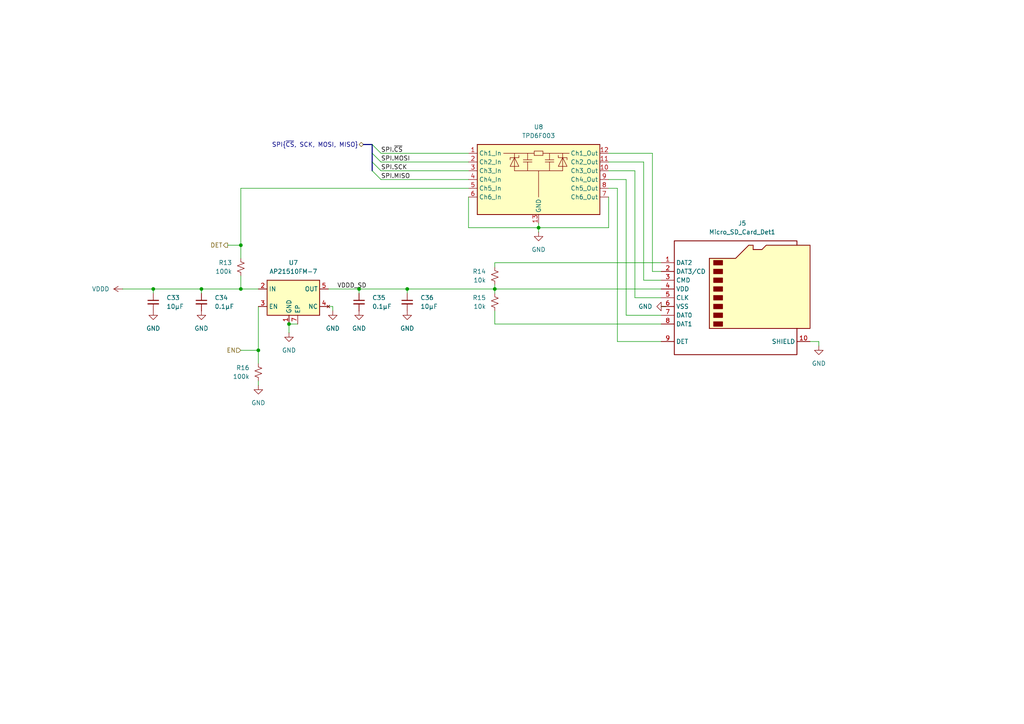
<source format=kicad_sch>
(kicad_sch (version 20231120) (generator "eeschema") (generator_version "8.0")
  (paper "A4")
  (title_block (title "SD Card"))
  (lib_symbols
    (symbol "Connector:Micro_SD_Card_Det1"
      (property "Reference" "J" (at -16.51 17.78 0))
      (property "Value" "Micro_SD_Card_Det1" (at 16.51 17.78 0))
      (symbol "Micro_SD_Card_Det1_0_1"
        (rectangle (start -7.62 -6.985) (end -5.08 -8.255) (stroke (width 0.254)) (fill (type outline)))
        (rectangle (start -7.62 -4.445) (end -5.08 -5.715) (stroke (width 0.254)) (fill (type outline)))
        (rectangle (start -7.62 -1.905) (end -5.08 -3.175) (stroke (width 0.254)) (fill (type outline)))
        (rectangle (start -7.62 0.635) (end -5.08 -0.635) (stroke (width 0.254)) (fill (type outline)))
        (rectangle (start -7.62 3.175) (end -5.08 1.905) (stroke (width 0.254)) (fill (type outline)))
        (rectangle (start -7.62 5.715) (end -5.08 4.445) (stroke (width 0.254)) (fill (type outline)))
        (rectangle (start -7.62 8.255) (end -5.08 6.985) (stroke (width 0.254)) (fill (type outline)))
        (rectangle (start -7.62 10.795) (end -5.08 9.525) (stroke (width 0.254)) (fill (type outline)))
        (polyline (pts (xy 16.51 15.24) (xy 16.51 16.51) (xy -19.05 16.51) (xy -19.05 -16.51) (xy 16.51 -16.51) (xy 16.51 -8.89)) (stroke (width 0.254)))
        (polyline (pts (xy -8.89 -8.89) (xy -8.89 11.43) (xy -1.27 11.43) (xy 2.54 15.24) (xy 3.81 15.24) (xy 3.81 13.97) (xy 6.35 13.97) (xy 7.62 15.24) (xy 20.32 15.24) (xy 20.32 -8.89) (xy -8.89 -8.89)) (stroke (width 0.254)) (fill (type background)))
      )
      (symbol "Micro_SD_Card_Det1_1_1"
        (pin bidirectional line (at -22.86 10.16 0) (length 3.81) (name "DAT2") (number "1"))
        (pin passive line (at 20.32 -12.7 180) (length 3.81) (name "SHIELD") (number "10"))
        (pin bidirectional line (at -22.86 7.62 0) (length 3.81) (name "DAT3/CD") (number "2"))
        (pin input line (at -22.86 5.08 0) (length 3.81) (name "CMD") (number "3"))
        (pin power_in line (at -22.86 2.54 0) (length 3.81) (name "VDD") (number "4"))
        (pin input line (at -22.86 0 0) (length 3.81) (name "CLK") (number "5"))
        (pin power_in line (at -22.86 -2.54 0) (length 3.81) (name "VSS") (number "6"))
        (pin bidirectional line (at -22.86 -5.08 0) (length 3.81) (name "DAT0") (number "7"))
        (pin bidirectional line (at -22.86 -7.62 0) (length 3.81) (name "DAT1") (number "8"))
        (pin passive line (at -22.86 -12.7 0) (length 3.81) (name "DET") (number "9"))
      )
    )
    (symbol "Device:C_Small" (pin_numbers hide) (pin_names (offset 0.254) hide)
      (property "Reference" "C" (at 0.254 1.778 0))
      (property "Value" "C_Small" (at 0.254 -2.032 0))
      (symbol "C_Small_0_1"
        (polyline (pts (xy -1.524 -0.508) (xy 1.524 -0.508)) (stroke (width 0.3302)))
        (polyline (pts (xy -1.524 0.508) (xy 1.524 0.508)) (stroke (width 0.3048)))
      )
      (symbol "C_Small_1_1"
        (pin passive line (at 0 2.54 270) (length 2.032) (name "~") (number "1"))
        (pin passive line (at 0 -2.54 90) (length 2.032) (name "~") (number "2"))
      )
    )
    (symbol "Device:R_Small_US" (pin_numbers hide) (pin_names (offset 0.254) hide)
      (property "Reference" "R" (at 0.762 0.508 0))
      (property "Value" "R_Small_US" (at 0.762 -1.016 0))
      (symbol "R_Small_US_1_1"
        (polyline (pts (xy 0 0) (xy 1.016 -0.381) (xy 0 -0.762) (xy -1.016 -1.143) (xy 0 -1.524)))
        (polyline (pts (xy 0 1.524) (xy 1.016 1.143) (xy 0 0.762) (xy -1.016 0.381) (xy 0 0)))
        (pin passive line (at 0 2.54 270) (length 1.016) (name "~") (number "1"))
        (pin passive line (at 0 -2.54 90) (length 1.016) (name "~") (number "2"))
      )
    )
    (symbol "Power_Protection:TPD6F003"
      (property "Reference" "U" (at -17.145 11.43 0))
      (property "Value" "TPD6F003" (at 7.62 12.065 0))
      (symbol "TPD6F003_0_1"
        (rectangle (start -17.78 10.16) (end 17.78 -10.16) (stroke (width 0.254)) (fill (type background)))
        (polyline (pts (xy -6.985 2.54) (xy 6.985 2.54)))
        (polyline (pts (xy -6.985 6.35) (xy -6.985 7.62)))
        (polyline (pts (xy -4.445 5.715) (xy -1.905 5.715)))
        (polyline (pts (xy -3.175 5.08) (xy -3.175 2.54)))
        (polyline (pts (xy -3.175 7.62) (xy -3.175 5.715)))
        (polyline (pts (xy -1.905 5.08) (xy -4.445 5.08)))
        (polyline (pts (xy -1.27 7.62) (xy -10.16 7.62)))
        (polyline (pts (xy 0 2.54) (xy 0 -5.08)))
        (polyline (pts (xy 1.27 7.62) (xy 8.89 7.62)))
        (polyline (pts (xy 1.905 5.715) (xy 4.445 5.715)))
        (polyline (pts (xy 3.175 5.08) (xy 3.175 2.54)))
        (polyline (pts (xy 3.175 7.62) (xy 3.175 5.715)))
        (polyline (pts (xy 4.445 5.08) (xy 1.905 5.08)))
        (polyline (pts (xy 6.985 6.35) (xy 6.985 7.62)))
        (polyline (pts (xy -6.985 3.81) (xy -6.985 6.35) (xy -6.985 2.54)))
        (polyline (pts (xy 6.985 3.81) (xy 6.985 6.35) (xy 6.985 2.54)))
        (polyline (pts (xy -6.985 6.35) (xy -5.715 3.81) (xy -8.255 3.81) (xy -6.985 6.35)))
        (polyline (pts (xy -5.715 6.985) (xy -5.715 6.35) (xy -8.255 6.35) (xy -8.255 5.715)))
        (polyline (pts (xy 5.715 6.985) (xy 5.715 6.35) (xy 8.255 6.35) (xy 8.255 5.715)))
        (polyline (pts (xy 6.985 6.35) (xy 5.715 3.81) (xy 8.255 3.81) (xy 6.985 6.35)))
        (polyline (pts (xy -1.27 7.62) (xy -1.27 6.985) (xy 1.27 6.985) (xy 1.27 8.255) (xy -1.27 8.255) (xy -1.27 7.62)))
      )
      (symbol "TPD6F003_1_1"
        (pin passive line (at -20.32 7.62 0) (length 2.54) (name "Ch1_In") (number "1"))
        (pin passive line (at 20.32 2.54 180) (length 2.54) (name "Ch3_Out") (number "10"))
        (pin passive line (at 20.32 5.08 180) (length 2.54) (name "Ch2_Out") (number "11"))
        (pin passive line (at 20.32 7.62 180) (length 2.54) (name "Ch1_Out") (number "12"))
        (pin power_in line (at 0 -12.7 90) (length 2.54) (name "GND") (number "13"))
        (pin passive line (at -20.32 5.08 0) (length 2.54) (name "Ch2_In") (number "2"))
        (pin passive line (at -20.32 2.54 0) (length 2.54) (name "Ch3_In") (number "3"))
        (pin passive line (at -20.32 0 0) (length 2.54) (name "Ch4_In") (number "4"))
        (pin passive line (at -20.32 -2.54 0) (length 2.54) (name "Ch5_In") (number "5"))
        (pin passive line (at -20.32 -5.08 0) (length 2.54) (name "Ch6_In") (number "6"))
        (pin passive line (at 20.32 -5.08 180) (length 2.54) (name "Ch6_Out") (number "7"))
        (pin passive line (at 20.32 -2.54 180) (length 2.54) (name "Ch5_Out") (number "8"))
        (pin passive line (at 20.32 0 180) (length 2.54) (name "Ch4_Out") (number "9"))
      )
    )
    (symbol "power:GND" (power) (pin_numbers hide) (pin_names (offset 0) hide)
      (property "Value" "GND" (at 0 -3.81 0))
      (symbol "GND_0_1"
        (polyline (pts (xy 0 0) (xy 0 -1.27) (xy 1.27 -1.27) (xy 0 -2.54) (xy -1.27 -1.27) (xy 0 -1.27)))
      )
      (symbol "GND_1_1"
        (pin power_in line (at 0 0 270) (length 0) (name "~") (number "1"))
      )
    )
    (symbol "power:VCC" (power) (pin_numbers hide) (pin_names (offset 0) hide)
      (property "Value" "VCC" (at 0 3.556 0))
      (symbol "VCC_0_1"
        (polyline (pts (xy -0.762 1.27) (xy 0 2.54)))
        (polyline (pts (xy 0 0) (xy 0 2.54)))
        (polyline (pts (xy 0 2.54) (xy 0.762 1.27)))
      )
      (symbol "VCC_1_1"
        (pin power_in line (at 0 0 90) (length 0) (name "~") (number "1"))
      )
    )
    (symbol "zeus-le:AP21510FM-7"
      (property "Reference" "U" (at -7.62 -6.35 0))
      (property "Value" "AP21510FM-7" (at -7.62 6.35 0))
      (symbol "AP21510FM-7_0_1"
        (rectangle (start -7.62 5.08) (end 7.62 -5.08) (stroke (width 0.254)) (fill (type background)))
      )
      (symbol "AP21510FM-7_1_1"
        (pin power_in line (at -1.27 -7.62 90) (length 2.54) (name "GND") (number "1"))
        (pin power_in line (at -10.16 2.54 0) (length 2.54) (name "IN") (number "2"))
        (pin input line (at -10.16 -2.54 0) (length 2.54) (name "EN") (number "3"))
        (pin no_connect line (at 10.16 -2.54 180) (length 2.54) (name "NC") (number "4"))
        (pin power_out line (at 10.16 2.54 180) (length 2.54) (name "OUT") (number "5"))
        (pin passive line (at 10.16 2.54 180) (length 2.54) hide (name "OUT") (number "6"))
        (pin power_in line (at 1.27 -7.62 90) (length 2.54) (name "EP") (number "7"))
      )
    )
  )
  (junction (at 156.21 66.04))
  (junction (at 74.93 101.6))
  (junction (at 69.85 71.12))
  (junction (at 44.45 83.82))
  (junction (at 118.11 83.82))
  (junction (at 83.82 93.98))
  (junction (at 69.85 83.82))
  (junction (at 104.14 83.82))
  (junction (at 58.42 83.82))
  (junction (at 143.51 83.82))
  (bus_entry (at 110.49 46.99) (size -2.54 -2.54))
  (bus_entry (at 110.49 52.07) (size -2.54 -2.54))
  (bus_entry (at 110.49 44.45) (size -2.54 -2.54))
  (bus_entry (at 110.49 49.53) (size -2.54 -2.54))
  (wire (pts (xy 143.51 93.98) (xy 143.51 90.17)))
  (wire (pts (xy 189.23 78.74) (xy 189.23 44.45)))
  (wire (pts (xy 143.51 83.82) (xy 191.77 83.82)))
  (wire (pts (xy 156.21 67.31) (xy 156.21 66.04)))
  (wire (pts (xy 110.49 44.45) (xy 135.89 44.45)))
  (wire (pts (xy 176.53 57.15) (xy 176.53 66.04)))
  (wire (pts (xy 118.11 83.82) (xy 143.51 83.82)))
  (wire (pts (xy 181.61 91.44) (xy 181.61 52.07)))
  (wire (pts (xy 96.52 88.9) (xy 95.25 88.9)))
  (wire (pts (xy 95.25 83.82) (xy 104.14 83.82)))
  (wire (pts (xy 179.07 54.61) (xy 176.53 54.61)))
  (wire (pts (xy 110.49 49.53) (xy 135.89 49.53)))
  (wire (pts (xy 191.77 91.44) (xy 181.61 91.44)))
  (wire (pts (xy 74.93 101.6) (xy 74.93 88.9)))
  (bus (pts (xy 107.95 46.99) (xy 107.95 44.45)))
  (bus (pts (xy 107.95 44.45) (xy 107.95 41.91)))
  (wire (pts (xy 191.77 78.74) (xy 189.23 78.74)))
  (wire (pts (xy 66.04 71.12) (xy 69.85 71.12)))
  (wire (pts (xy 83.82 96.52) (xy 83.82 93.98)))
  (wire (pts (xy 191.77 99.06) (xy 179.07 99.06)))
  (wire (pts (xy 237.49 99.06) (xy 234.95 99.06)))
  (wire (pts (xy 186.69 81.28) (xy 186.69 46.99)))
  (wire (pts (xy 69.85 83.82) (xy 74.93 83.82)))
  (wire (pts (xy 179.07 99.06) (xy 179.07 54.61)))
  (wire (pts (xy 104.14 83.82) (xy 118.11 83.82)))
  (wire (pts (xy 143.51 93.98) (xy 191.77 93.98)))
  (wire (pts (xy 143.51 76.2) (xy 191.77 76.2)))
  (wire (pts (xy 143.51 76.2) (xy 143.51 77.47)))
  (wire (pts (xy 193.04 88.9) (xy 191.77 88.9)))
  (wire (pts (xy 135.89 66.04) (xy 156.21 66.04)))
  (wire (pts (xy 83.82 93.98) (xy 86.36 93.98)))
  (wire (pts (xy 74.93 111.76) (xy 74.93 110.49)))
  (wire (pts (xy 35.56 83.82) (xy 44.45 83.82)))
  (wire (pts (xy 191.77 86.36) (xy 184.15 86.36)))
  (wire (pts (xy 181.61 52.07) (xy 176.53 52.07)))
  (wire (pts (xy 184.15 49.53) (xy 176.53 49.53)))
  (wire (pts (xy 176.53 66.04) (xy 156.21 66.04)))
  (wire (pts (xy 44.45 83.82) (xy 58.42 83.82)))
  (wire (pts (xy 191.77 81.28) (xy 186.69 81.28)))
  (bus (pts (xy 107.95 46.99) (xy 107.95 49.53)))
  (wire (pts (xy 189.23 44.45) (xy 176.53 44.45)))
  (wire (pts (xy 156.21 66.04) (xy 156.21 64.77)))
  (wire (pts (xy 104.14 85.09) (xy 104.14 83.82)))
  (wire (pts (xy 69.85 54.61) (xy 135.89 54.61)))
  (wire (pts (xy 58.42 83.82) (xy 69.85 83.82)))
  (wire (pts (xy 184.15 86.36) (xy 184.15 49.53)))
  (wire (pts (xy 118.11 85.09) (xy 118.11 83.82)))
  (wire (pts (xy 69.85 71.12) (xy 69.85 74.93)))
  (wire (pts (xy 69.85 101.6) (xy 74.93 101.6)))
  (wire (pts (xy 135.89 57.15) (xy 135.89 66.04)))
  (wire (pts (xy 69.85 54.61) (xy 69.85 71.12)))
  (wire (pts (xy 186.69 46.99) (xy 176.53 46.99)))
  (wire (pts (xy 74.93 101.6) (xy 74.93 105.41)))
  (bus (pts (xy 107.95 41.91) (xy 105.41 41.91)))
  (wire (pts (xy 143.51 82.55) (xy 143.51 83.82)))
  (wire (pts (xy 69.85 80.01) (xy 69.85 83.82)))
  (wire (pts (xy 44.45 85.09) (xy 44.45 83.82)))
  (wire (pts (xy 237.49 100.33) (xy 237.49 99.06)))
  (wire (pts (xy 143.51 83.82) (xy 143.51 85.09)))
  (wire (pts (xy 110.49 46.99) (xy 135.89 46.99)))
  (wire (pts (xy 110.49 52.07) (xy 135.89 52.07)))
  (wire (pts (xy 58.42 85.09) (xy 58.42 83.82)))
  (wire (pts (xy 96.52 90.17) (xy 96.52 88.9)))
  (label "SPI.MISO" (at 110.49 52.07 0))
  (label "SPI.MOSI" (at 110.49 46.99 0))
  (label "SPI.~{CS}" (at 110.49 44.45 0))
  (label "VDDD_SD" (at 97.79 83.82 0))
  (label "SPI.SCK" (at 110.49 49.53 0))
  (hierarchical_label "EN" (shape input) (at 69.85 101.6 180))
  (hierarchical_label "DET" (shape output) (at 66.04 71.12 180))
  (hierarchical_label "SPI{~{CS}, SCK, MOSI, MISO}" (shape bidirectional) (at 105.41 41.91 180))
  (symbol (lib_id "zeus-le:AP21510FM-7") (at 85.09 86.36 0) (unit 1)
    (property "Reference" "U7" (at 85.09 76.2 0))
    (property "Value" "AP21510FM-7" (at 85.09 78.74 0))
    (property "Footprint" "zeus-le:Diodes_UDFN2018-6" (effects (hide yes)))
    (property "Datasheet" "https://www.diodes.com/assets/Datasheets/AP21410_21510.pdf" (effects (hide yes)))
    (property "Description" "0.2A Single Channel Current-limited Power Switch" (effects (hide yes)))
  )
  (symbol (lib_id "power:GND") (at 96.52 90.17 0) (unit 1)
    (property "Reference" "#PWR074" (effects (hide yes)))
    (property "Value" "GND" (at 96.52 95.25 0))
    (property "Description" "Power symbol creates a global label with name \"GND\" , ground" (effects (hide yes)))
  )
  (symbol (lib_id "power:VCC") (at 35.56 83.82 90) (mirror x) (unit 1)
    (property "Reference" "#PWR070" (effects (hide yes)))
    (property "Value" "VDDD" (at 31.75 83.8199 90) (effects (justify left)))
    (property "Description" "Digital supply, 3.4V" (effects (hide yes)))
  )
  (symbol (lib_id "Device:R_Small_US") (at 74.93 107.95 0) (unit 1)
    (property "Reference" "R16" (at 72.39 106.6799 0) (effects (justify right)))
    (property "Value" "100k" (at 72.39 109.2199 0) (effects (justify right)))
    (property "Footprint" "Resistor_SMD:R_0402_1005Metric" (effects (hide yes)))
    (property "Description" "Pull-up" (effects (hide yes)))
  )
  (symbol (lib_id "Connector:Micro_SD_Card_Det1") (at 214.63 86.36 0) (unit 1)
    (property "Reference" "J5" (at 215.265 64.77 0))
    (property "Value" "Micro_SD_Card_Det1" (at 215.265 67.31 0))
    (property "Footprint" "zeus-le:microSD_HC_CUI_MSD-1-A" (effects (hide yes)))
    (property "Datasheet" "https://datasheet.lcsc.com/lcsc/2110151630_XKB-Connectivity-XKTF-015-N_C381082.pdf" (effects (hide yes)))
    (property "Description" "Micro SD Card Socket with one card detection pin" (effects (hide yes)))
  )
  (symbol (lib_id "power:GND") (at 83.82 96.52 0) (unit 1)
    (property "Reference" "#PWR073" (effects (hide yes)))
    (property "Value" "GND" (at 83.82 101.6 0))
    (property "Description" "Power symbol creates a global label with name \"GND\" , ground" (effects (hide yes)))
  )
  (symbol (lib_id "Device:C_Small") (at 44.45 87.63 0) (unit 1)
    (property "Reference" "C33" (at 48.26 86.3599 0) (effects (justify left)))
    (property "Value" "10µF" (at 48.26 88.8999 0) (effects (justify left)))
    (property "Footprint" "Capacitor_SMD:C_0603_1608Metric" (effects (hide yes)))
    (property "Description" "Capacitor, 16V, X7R" (effects (hide yes)))
  )
  (symbol (lib_id "power:GND") (at 104.14 90.17 0) (unit 1)
    (property "Reference" "#PWR075" (effects (hide yes)))
    (property "Value" "GND" (at 104.14 95.25 0))
    (property "Description" "Power symbol creates a global label with name \"GND\" , ground" (effects (hide yes)))
  )
  (symbol (lib_id "power:GND") (at 237.49 100.33 0) (unit 1)
    (property "Reference" "#PWR079" (effects (hide yes)))
    (property "Value" "GND" (at 237.49 105.41 0))
    (property "Description" "Power symbol creates a global label with name \"GND\" , ground" (effects (hide yes)))
  )
  (symbol (lib_id "power:GND") (at 58.42 90.17 0) (unit 1)
    (property "Reference" "#PWR072" (effects (hide yes)))
    (property "Value" "GND" (at 58.42 95.25 0))
    (property "Description" "Power symbol creates a global label with name \"GND\" , ground" (effects (hide yes)))
  )
  (symbol (lib_id "Device:C_Small") (at 118.11 87.63 0) (unit 1)
    (property "Reference" "C36" (at 121.92 86.3599 0) (effects (justify left)))
    (property "Value" "10µF" (at 121.92 88.8999 0) (effects (justify left)))
    (property "Footprint" "Capacitor_SMD:C_0603_1608Metric" (effects (hide yes)))
    (property "Description" "Capacitor, 16V, X7R" (effects (hide yes)))
  )
  (symbol (lib_id "Power_Protection:TPD6F003") (at 156.21 52.07 0) (unit 1)
    (property "Reference" "U8" (at 156.21 36.83 0))
    (property "Value" "TPD6F003" (at 156.21 39.37 0))
    (property "Footprint" "Package_SON:Texas_R-PWSON-N12_EP0.4x2mm" (effects (hide yes)))
    (property "Datasheet" "http://www.ti.com/lit/ds/symlink/tpd6f003.pdf" (effects (hide yes)))
    (property "Description" "6 channel EMI filters with integrated ESD protection" (effects (hide yes)))
  )
  (symbol (lib_id "Device:R_Small_US") (at 143.51 80.01 0) (unit 1)
    (property "Reference" "R14" (at 140.97 78.7399 0) (effects (justify right)))
    (property "Value" "10k" (at 140.97 81.2799 0) (effects (justify right)))
    (property "Footprint" "Resistor_SMD:R_0402_1005Metric" (effects (hide yes)))
    (property "Description" "Pull-up" (effects (hide yes)))
  )
  (symbol (lib_id "Device:R_Small_US") (at 143.51 87.63 0) (unit 1)
    (property "Reference" "R15" (at 140.97 86.3599 0) (effects (justify right)))
    (property "Value" "10k" (at 140.97 88.8999 0) (effects (justify right)))
    (property "Footprint" "Resistor_SMD:R_0402_1005Metric" (effects (hide yes)))
    (property "Description" "Pull-up" (effects (hide yes)))
  )
  (symbol (lib_id "power:GND") (at 193.04 88.9 270) (unit 1)
    (property "Reference" "#PWR078" (effects (hide yes)))
    (property "Value" "GND" (at 189.23 88.8999 90) (effects (justify right)))
    (property "Description" "Power symbol creates a global label with name \"GND\" , ground" (effects (hide yes)))
  )
  (symbol (lib_id "Device:C_Small") (at 104.14 87.63 0) (unit 1)
    (property "Reference" "C35" (at 107.95 86.3599 0) (effects (justify left)))
    (property "Value" "0.1µF" (at 107.95 88.8999 0) (effects (justify left)))
    (property "Footprint" "Capacitor_SMD:C_0402_1005Metric" (effects (hide yes)))
    (property "Description" "Capacitor, decoupling" (effects (hide yes)))
  )
  (symbol (lib_id "power:GND") (at 118.11 90.17 0) (unit 1)
    (property "Reference" "#PWR076" (effects (hide yes)))
    (property "Value" "GND" (at 118.11 95.25 0))
    (property "Description" "Power symbol creates a global label with name \"GND\" , ground" (effects (hide yes)))
  )
  (symbol (lib_id "power:GND") (at 156.21 67.31 0) (unit 1)
    (property "Reference" "#PWR077" (effects (hide yes)))
    (property "Value" "GND" (at 156.21 72.39 0))
    (property "Description" "Power symbol creates a global label with name \"GND\" , ground" (effects (hide yes)))
  )
  (symbol (lib_id "Device:R_Small_US") (at 69.85 77.47 0) (unit 1)
    (property "Reference" "R13" (at 67.31 76.1999 0) (effects (justify right)))
    (property "Value" "100k" (at 67.31 78.7399 0) (effects (justify right)))
    (property "Footprint" "Resistor_SMD:R_0402_1005Metric" (effects (hide yes)))
    (property "Description" "Pull-up" (effects (hide yes)))
  )
  (symbol (lib_id "Device:C_Small") (at 58.42 87.63 0) (unit 1)
    (property "Reference" "C34" (at 62.23 86.3599 0) (effects (justify left)))
    (property "Value" "0.1µF" (at 62.23 88.8999 0) (effects (justify left)))
    (property "Footprint" "Capacitor_SMD:C_0402_1005Metric" (effects (hide yes)))
    (property "Description" "Capacitor, decoupling" (effects (hide yes)))
  )
  (symbol (lib_id "power:GND") (at 44.45 90.17 0) (unit 1)
    (property "Reference" "#PWR071" (effects (hide yes)))
    (property "Value" "GND" (at 44.45 95.25 0))
    (property "Description" "Power symbol creates a global label with name \"GND\" , ground" (effects (hide yes)))
  )
  (symbol (lib_id "power:GND") (at 74.93 111.76 0) (unit 1)
    (property "Reference" "#PWR084" (effects (hide yes)))
    (property "Value" "GND" (at 74.93 116.84 0))
    (property "Description" "Power symbol creates a global label with name \"GND\" , ground" (effects (hide yes)))
  )
)
</source>
